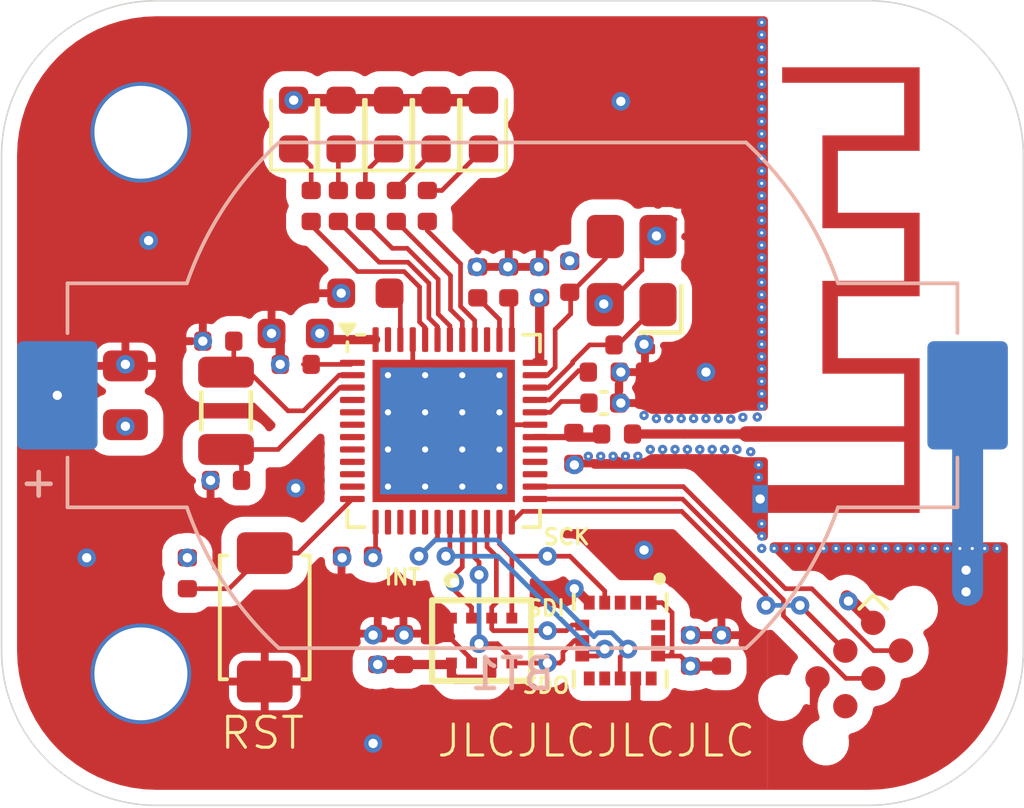
<source format=kicad_pcb>
(kicad_pcb (version 20241229) (generator "pcbnew") (generator_version "9.0")
  (layers (0 "F.Cu" signal "Top Layer") (4 "In1.Cu" signal) (6 "In2.Cu" signal) (2 "B.Cu" signal "Bottom Layer") (13 "F.Paste" user "Top Paste") (15 "B.Paste" user "Bottom Paste") (5 "F.SilkS" user "Top Overlay") (7 "B.SilkS" user "Bottom Overlay") (1 "F.Mask" user "Top Solder") (3 "B.Mask" user "Bottom Solder") (25 "Edge.Cuts" user))
  (property "ADDRESS1" "")
  (property "ADDRESS2" "")
  (property "ADDRESS3" "")
  (property "ADDRESS4" "")
  (property "DOCUMENTNUMBER" "")
  (property "DOCUMENTSIZE" "A4")
  (property "DRAWNBY" "wadeb")
  (property "ORGANIZATION" "Brainerd Race Team")
  (property "PCANAME" "Tire Sensor")
  (property "PROJECTNUMBER" "")
  (property "SHEETTOTAL" "1")
  (net 0 "")
  (net 1 "VDD_NRF")
  (net 3 "GND")
  (net 4 "/XC1")
  (net 5 "/XC2")
  (net 6 "Net-(U1-ANT)")
  (net 7 "/DEC1")
  (net 8 "/DEC2")
  (net 9 "/DEC3")
  (net 10 "/DEC4")
  (net 11 "/P0.00{slash}XL1")
  (net 12 "/P0.01{slash}XL2")
  (net 13 "/P0.25")
  (net 14 "Net-(U1-P0.26)")
  (net 15 "/SWCLK")
  (net 16 "/nRESET")
  (net 17 "/SWDIO")
  (net 18 "/RF")
  (net 19 "/SDO")
  (net 21 "/CS_DPS368")
  (net 23 "Net-(D1-K)")
  (net 26 "Net-(D2-K)")
  (net 27 "/SDI")
  (net 28 "Net-(D3-K)")
  (net 33 "/SCK")
  (net 35 "/INT_LIS3DHTR")
  (net 36 "Net-(D4-K)")
  (net 38 "/CS_LIS3DHTR")
  (net 39 "Net-(D5-K)")
  (net 52 "/LED0")
  (net 53 "/LED1")
  (net 54 "/LED2")
  (net 55 "/LED3")
  (net 56 "/LED4")
  (net 57 "/BTN")
  (footprint "PCM_JLCPCB:C_0402" (layer "F.Cu") (at 172.19656 100.990685 90)
    (property "Reference" "C13" (hide yes))
    (property "Value" "12pF" (hide yes))
  )
  (footprint "PCM_JLCPCB:R_0402" (layer "F.Cu") (at 168.56656 98.520685 -90)
    (property "Reference" "R2" (hide yes))
    (property "Value" "1kΩ" (hide yes))
  )
  (footprint "PCM_JLCPCB:C_0402" (layer "F.Cu") (at 168.79656 112.840685 90)
    (property "Reference" "C18" (hide yes))
    (property "Value" "100nF" (hide yes))
  )
  (footprint "PCM_JLCPCB:C_0402" (layer "F.Cu") (at 167.29656 109.840685 180)
    (property "Reference" "C5" (hide yes))
    (property "Value" "100nF" (hide yes))
  )
  (footprint "PCM_JLCPCB:C_0402" (layer "F.Cu") (at 167.96656 112.840685 90)
    (property "Reference" "C19" (hide yes))
    (property "Value" "10uF" (hide yes))
  )
  (footprint "PCM_JLCPCB:R_0402" (layer "F.Cu") (at 161.81656 110.390685 -90)
    (property "Reference" "R6" (hide yes))
    (property "Value" "10kΩ" (hide yes))
  )
  (footprint "PCM_JLCPCB:R_0402" (layer "F.Cu") (at 167.56656 98.520685 -90)
    (property "Reference" "R3" (hide yes))
    (property "Value" "1kΩ" (hide yes))
  )
  (footprint "PCM_JLCPCB:C_0402" (layer "F.Cu") (at 174.16656 100.810685 90)
    (property "Reference" "C2" (hide yes))
    (property "Value" "12pF" (hide yes))
  )
  (footprint "RF_Antenna:Texas_SWRA117D_2.4GHz_Left" (layer "F.Cu") (at 180.31656 105.890685 -90)
    (property "Reference" "AE1" (hide yes))
    (property "Value" "Antenna_Shield" (hide yes))
  )
  (footprint "PCM_JLCPCB:C_0402" (layer "F.Cu") (at 176.09656 103.010685)
    (property "Reference" "C1" (hide yes))
    (property "Value" "12pF" (hide yes))
  )
  (footprint "PCM_JLCPCB:C_0805" (layer "F.Cu") (at 159.81656 104.640685 90)
    (property "Reference" "C15" (hide yes))
    (property "Value" "47uF" (hide yes))
  )
  (footprint "PCM_JLCPCB:L_0402" (layer "F.Cu") (at 175.69656 105.890685)
    (property "Reference" "L1" (hide yes))
    (property "Value" "3.9nH" (hide yes))
  )
  (footprint "PCM_JLCPCB:C_0402" (layer "F.Cu") (at 163.06656 107.390685)
    (property "Reference" "C12" (hide yes))
    (property "Value" "12pF" (hide yes))
  )
  (footprint "PCM_JLCPCB:C_0402" (layer "F.Cu") (at 162.81656 102.890685)
    (property "Reference" "C11" (hide yes))
    (property "Value" "12pF" (hide yes))
  )
  (footprint "Connector:Tag-Connect_TC2030-IDC-NL_2x03_P1.27mm_Vertical" (layer "F.Cu") (at 183.515573 113.339698 -135)
    (property "Reference" "J1" (hide yes))
    (property "Value" "Conn_02x05_Odd_Even" (hide yes))
  )
  (footprint "Package_DFN_QFN:QFN-48-1EP_6x6mm_P0.4mm_EP4.6x4.6mm_ThermalVias" (layer "F.Cu") (at 170.09656 105.790685)
    (property "Reference" "U1" (hide yes))
    (property "Value" "~" (hide yes))
  )
  (footprint "PCM_JLCPCB:C_0603" (layer "F.Cu") (at 167.56656 101.340685 180)
    (property "Reference" "C10" (hide yes))
    (property "Value" "1.0uF" (hide yes))
  )
  (footprint "PCM_JLCPCB:C_0402" (layer "F.Cu") (at 174.29656 106.340685 -90)
    (property "Reference" "C3" (hide yes))
    (property "Value" "0.8pf" (hide yes))
  )
  (footprint "LED_SMD:LED_0603_1608Metric" (layer "F.Cu") (at 165.25156 95.890685 90)
    (property "Reference" "D5" (hide yes))
    (property "Value" "LED" (hide yes))
  )
  (footprint "PCM_JLCPCB:C_0402" (layer "F.Cu") (at 171.19656 100.990685 90)
    (property "Reference" "C14" (hide yes))
    (property "Value" "12pF" (hide yes))
  )
  (footprint "PCM_JLCPCB:FC-135R_L3.2-W1.5" (layer "F.Cu") (at 163.06656 105.140685 90)
    (property "Reference" "X2" (hide yes))
    (property "Value" "32.768kHz" (hide yes))
  )
  (footprint "PCM_JLCPCB:R_0402" (layer "F.Cu") (at 165.81656 98.520685 -90)
    (property "Reference" "R5" (hide yes))
    (property "Value" "1kΩ" (hide yes))
  )
  (footprint "PCM_JLCPCB:C_0402" (layer "F.Cu") (at 179.06656 112.890685 90)
    (property "Reference" "C17" (hide yes))
    (property "Value" "100nF" (hide yes))
  )
  (footprint "PCM_JLCPCB:C_0402" (layer "F.Cu") (at 175.26656 103.890685)
    (property "Reference" "C7" (hide yes))
    (property "Value" "100pF")
  )
  (footprint "Capacitor_SMD:C_0402_1005Metric" (layer "F.Cu") (at 175.26656 104.890685 180)
    (property "Reference" "C6" (hide yes))
    (property "Value" "N.C." (hide yes))
  )
  (footprint "PCM_JLCPCB:OSC-SMD_4P-L3.2-W2.5-BL_SIT8008BI" (layer "F.Cu") (at 176.16656 100.610685 90)
    (property "Reference" "X1" (hide yes))
    (property "Value" "32MHz")
  )
  (footprint "PCM_JLCPCB:C_0402" (layer "F.Cu") (at 173.19656 100.990685 90)
    (property "Reference" "C8" (hide yes))
    (property "Value" "100nF" (hide yes))
  )
  (footprint "PCM_JLCPCB:C_0603" (layer "F.Cu") (at 165.31656 102.640685 180)
    (property "Reference" "C9" (hide yes))
    (property "Value" "4.7uF" (hide yes))
  )
  (footprint "footprints:XDCR_LIS3DHTR" (layer "F.Cu") (at 175.79656 112.565685 -90)
    (property "Reference" "U3" (hide yes))
    (property "Value" "LIS3DHTR" (hide yes))
  )
  (footprint "PCM_JLCPCB:SW_TS-1088-AR02016" (layer "F.Cu") (at 164.31656 111.815685 -90)
    (property "Reference" "S1" (hide yes))
    (property "Value" "Tactile Button, 160gf" (hide yes))
  )
  (footprint "footprints:LGA8S145X65P2X4_200X250X110-V" (layer "F.Cu") (at 171.32156 112.565685)
    (property "Reference" "U2" (hide yes))
    (property "Value" "DPS368" (hide yes))
  )
  (footprint "PCM_JLCPCB:C_0402" (layer "F.Cu") (at 165.31656 103.640685 180)
    (property "Reference" "C4" (hide yes))
    (property "Value" "100nF" (hide yes))
  )
  (footprint "LED_SMD:LED_0603_1608Metric" (layer "F.Cu") (at 171.38156 95.890685 90)
    (property "Reference" "D1" (hide yes))
    (property "Value" "LED" (hide yes))
  )
  (footprint "LED_SMD:LED_0603_1608Metric" (layer "F.Cu") (at 168.31656 95.890685 90)
    (property "Reference" "D3" (hide yes))
    (property "Value" "LED" (hide yes))
  )
  (footprint "PCM_JLCPCB:R_0402" (layer "F.Cu") (at 169.56656 98.520685 -90)
    (property "Reference" "R1" (hide yes))
    (property "Value" "1kΩ" (hide yes))
  )
  (footprint "LED_SMD:LED_0603_1608Metric" (layer "F.Cu") (at 166.78406 95.890685 90)
    (property "Reference" "D4" (hide yes))
    (property "Value" "LED" (hide yes))
  )
  (footprint "LED_SMD:LED_0603_1608Metric" (layer "F.Cu") (at 169.84906 95.890685 90)
    (property "Reference" "D2" (hide yes))
    (property "Value" "LED" (hide yes))
  )
  (footprint "PCM_JLCPCB:C_0402" (layer "F.Cu") (at 178.06656 112.890685 90)
    (property "Reference" "C16" (hide yes))
    (property "Value" "100nF" (hide yes))
  )
  (footprint "PCM_JLCPCB:R_0402" (layer "F.Cu") (at 166.69406 98.520685 -90)
    (property "Reference" "R4" (hide yes))
    (property "Value" "1kΩ" (hide yes))
  )
  (footprint "Battery:BatteryHolder_Renata_SMTU2032-LF_1x2032" (layer "B.Cu") (at 172.31656 104.640685)
    (property "Reference" "BT1")
    (property "Value" "Battery_Cell" (hide yes))
  )
  (gr_arc (start 183.81656 91.890685) (mid 187.352125 93.355136) (end 188.81656 96.890685) (stroke (width 0.05)) (layer "Edge.Cuts"))
  (gr_arc (start 155.81656 96.890685) (mid 157.281029 93.355147) (end 160.81656 91.890685) (stroke (width 0.05)) (layer "Edge.Cuts"))
  (gr_line (start 160.81656 91.890685) (end 183.81656 91.890685) (stroke (width 0.05)) (layer "Edge.Cuts"))
  (gr_line (start 188.81656 96.890685) (end 188.81656 112.890685) (stroke (width 0.05)) (layer "Edge.Cuts"))
  (gr_arc (start 160.81656 117.890685) (mid 157.281057 116.426204) (end 155.81656 112.890685) (stroke (width 0.05)) (layer "Edge.Cuts"))
  (gr_arc (start 188.81656 112.890685) (mid 187.352094 116.426219) (end 183.81656 117.890685) (stroke (width 0.05)) (layer "Edge.Cuts"))
  (gr_line (start 183.81656 117.890685) (end 160.81656 117.890685) (stroke (width 0.05)) (layer "Edge.Cuts"))
  (gr_line (start 155.81656 112.890685) (end 155.81656 96.890685) (stroke (width 0.05)) (layer "Edge.Cuts"))
  (gr_text "RST" (at 162.81656 116.140685 0) (layer "F.SilkS") (effects (font (size 1 1) (thickness 0.1)) (justify left bottom)))
  (gr_text "SDO" (at 173.39656 114.310685 0) (layer "F.SilkS") (effects (font (size 0.5 0.5) (thickness 0.1) (bold yes)) (justify bottom)))
  (gr_text "INT" (at 168.76656 110.810685 0) (layer "F.SilkS") (effects (font (size 0.5 0.5) (thickness 0.1) (bold yes)) (justify bottom)))
  (gr_text "SDI" (at 173.39656 111.810685 0) (layer "F.SilkS") (effects (font (size 0.5 0.5) (thickness 0.1) (bold yes)) (justify bottom)))
  (gr_text "JLCJLCJLCJLC" (at 169.81656 116.390685 0) (layer "F.SilkS") (effects (font (size 1 1) (thickness 0.1)) (justify left bottom)))
  (gr_text "SCK" (at 174.06656 109.510685 0) (layer "F.SilkS") (effects (font (size 0.5 0.5) (thickness 0.1) (bold yes)) (justify bottom)))
  (segment (start 167.89656 109.740685) (end 167.79656 109.840685) (width 0.1524) (layer "F.Cu") (net 1))
  (segment (start 183.112611 111.140685) (end 183.964586 111.99266) (width 0.4) (layer "F.Cu") (net 1))
  (segment (start 173.19656 103.440685) (end 173.09756 103.539685) (width 0.2) (layer "F.Cu") (net 1))
  (segment (start 183.128686 111.290685) (end 183.112611 111.27461) (width 0.15) (layer "F.Cu") (net 1))
  (segment (start 165.25156 95.103185) (end 171.38156 95.103185) (width 0.4) (layer "F.Cu") (net 1))
  (segment (start 170.34656 113.290685) (end 170.34656 113.692685) (width 0.3) (layer "F.Cu") (net 1))
  (segment (start 177.14856 111.340685) (end 177.47256 111.664685) (width 0.15) (layer "F.Cu") (net 1))
  (segment (start 177.37356 113.065685) (end 177.02156 113.065685) (width 0.15) (layer "F.Cu") (net 1))
  (segment (start 177.74156 113.065685) (end 178.06656 113.390685) (width 0.15) (layer "F.Cu") (net 1))
  (segment (start 173.16656 101.490685) (end 173.19656 101.520685) (width 0.2) (layer "F.Cu") (net 1))
  (segment (start 170.34656 113.692685) (end 170.47056 113.816685) (width 0.3) (layer "F.Cu") (net 1))
  (segment (start 173.09756 103.539685) (end 173.04656 103.539685) (width 0.2) (layer "F.Cu") (net 1))
  (segment (start 183.112611 111.27461) (end 183.112611 111.140685) (width 0.15) (layer "F.Cu") (net 1))
  (segment (start 170.47056 113.816685) (end 171.52256 113.816685) (width 0.3) (layer "F.Cu") (net 1))
  (segment (start 179.06656 113.390685) (end 178.06656 113.390685) (width 0.3) (layer "F.Cu") (net 1))
  (segment (start 171.64656 113.692685) (end 171.64656 113.290685) (width 0.3) (layer "F.Cu") (net 1))
  (segment (start 173.19656 101.520685) (end 173.19656 103.440685) (width 0.3) (layer "F.Cu") (net 1))
  (segment (start 173.16656 101.490685) (end 173.19656 101.490685) (width 0.4) (layer "F.Cu") (net 1))
  (segment (start 177.47256 112.966685) (end 177.37356 113.065685) (width 0.15) (layer "F.Cu") (net 1))
  (segment (start 176.79656 111.340685) (end 177.14856 111.340685) (width 0.15) (layer "F.Cu") (net 1))
  (segment (start 170.29656 113.340685) (end 170.34656 113.290685) (width 0.3) (layer "F.Cu") (net 1))
  (segment (start 177.47256 111.664685) (end 177.47256 112.966685) (width 0.15) (layer "F.Cu") (net 1))
  (segment (start 166.09656 102.640685) (end 165.96656 102.640685) (width 0.4) (layer "F.Cu") (net 1))
  (segment (start 167.89656 108.740685) (end 167.89656 109.740685) (width 0.1524) (layer "F.Cu") (net 1))
  (segment (start 177.02156 113.065685) (end 177.74156 113.065685) (width 0.15) (layer "F.Cu") (net 1))
  (segment (start 171.52256 113.816685) (end 171.64656 113.692685) (width 0.3) (layer "F.Cu") (net 1))
  (segment (start 167.96656 113.340685) (end 170.29656 113.340685) (width 0.3) (layer "F.Cu") (net 1))
  (segment (start 167.89656 102.840685) (end 165.79656 102.840685) (width 0.3) (layer "F.Cu") (net 1))
  (segment (start 183.16656 111.290685) (end 183.128686 111.290685) (width 0.15) (layer "F.Cu") (net 1))
  (via (at 178.06656 113.390685) (size 0.6) (drill 0.3) (layers "F.Cu" "B.Cu") (net 1))
  (via (at 166.09656 102.640685) (size 0.6) (drill 0.3) (layers "F.Cu" "B.Cu") (net 1))
  (via (at 161.81656 109.890685) (size 0.6) (drill 0.3) (layers "F.Cu" "B.Cu") (net 1))
  (via (at 159.81656 105.640685) (size 0.6) (drill 0.3) (layers "F.Cu" "B.Cu") (net 1))
  (via (at 157.61656 104.640685) (size 0.6) (drill 0.3) (layers "F.Cu" "B.Cu") (net 1))
  (via (at 183.16656 111.290685) (size 0.6) (drill 0.3) (layers "F.Cu" "B.Cu") (net 1))
  (via (at 173.16656 101.490685) (size 0.6) (drill 0.3) (layers "F.Cu" "B.Cu") (net 1))
  (via (at 165.25156 95.103185) (size 0.6) (drill 0.3) (layers "F.Cu" "B.Cu") (net 1))
  (via (at 167.96656 113.340685) (size 0.6) (drill 0.3) (layers "F.Cu" "B.Cu") (net 1))
  (via (at 167.81656 109.890685) (size 0.6) (drill 0.3) (layers "F.Cu" "B.Cu") (net 1))
  (segment (start 158.66656 103.590685) (end 157.61656 104.640685) (width 0.15) (layer "B.Cu") (net 1))
  (segment (start 177.51656 99.010685) (end 177.01656 99.510685) (width 0.15) (layer "F.Cu") (net 3))
  (segment (start 175.34656 101.745085) (end 176.49656 100.595085) (width 0.1524) (layer "F.Cu") (net 3))
  (segment (start 169.09656 104.790685) (end 170.09656 105.790685) (width 0.1524) (layer "F.Cu") (net 3))
  (segment (start 167.81656 112.390685) (end 167.86656 112.340685) (width 0.3) (layer "F.Cu") (net 3))
  (segment (start 176.76656 99.260685) (end 177.01656 99.510685) (width 0.15) (layer "F.Cu") (net 3))
  (segment (start 164.81656 102.920685) (end 164.53656 102.640685) (width 0.15) (layer "F.Cu") (net 3))
  (segment (start 170.34656 112.525278) (end 170.34656 111.840685) (width 0.1524) (layer "F.Cu") (net 3))
  (segment (start 167.86656 112.340685) (end 167.86656 112.270685) (width 0.3) (layer "F.Cu") (net 3))
  (segment (start 177.56656 98.960685) (end 177.01656 99.510685) (width 0.15) (layer "F.Cu") (net 3))
  (segment (start 177.158554 99.368691) (end 177.01656 99.510685) (width 0.15) (layer "F.Cu") (net 3))
  (segment (start 167.86656 112.270685) (end 167.79656 112.340685) (width 0.15) (layer "F.Cu") (net 3))
  (segment (start 173.04656 105.590685) (end 170.29656 105.590685) (width 0.1524) (layer "F.Cu") (net 3))
  (segment (start 170.29656 105.590685) (end 170.09656 105.790685) (width 0.1524) (layer "F.Cu") (net 3))
  (segment (start 174.31656 110.890685) (end 174.34656 110.890685) (width 0.15) (layer "F.Cu") (net 3))
  (segment (start 174.34656 110.890685) (end 174.79656 111.340685) (width 0.3) (layer "F.Cu") (net 3))
  (segment (start 175.32096 101.745085) (end 175.34656 101.745085) (width 0.1524) (layer "F.Cu") (net 3))
  (segment (start 174.16656 100.310685) (end 174.16656 100.290685) (width 0.15) (layer "F.Cu") (net 3))
  (segment (start 177.31656 99.810685) (end 177.01656 99.510685) (width 0.15) (layer "F.Cu") (net 3))
  (segment (start 176.49656 100.595085) (end 176.49656 99.540685) (width 0.1524) (layer "F.Cu") (net 3))
  (segment (start 169.09656 102.840685) (end 169.09656 104.790685) (width 0.1524) (layer "F.Cu") (net 3))
  (segment (start 175.26656 101.690685) (end 175.32096 101.745085) (width 0.1524) (layer "F.Cu") (net 3))
  (segment (start 164.81656 103.640685) (end 164.81656 102.920685) (width 0.3) (layer "F.Cu") (net 3))
  (segment (start 176.29656 113.790685) (end 176.29656 114.590685) (width 0.3) (layer "F.Cu") (net 3))
  (segment (start 170.99656 113.290685) (end 170.99656 113.175278) (width 0.1524) (layer "F.Cu") (net 3))
  (segment (start 176.84656 103.040685) (end 176.84656 103.240685) (width 0.1524) (layer "F.Cu") (net 3))
  (segment (start 170.99656 113.175278) (end 170.34656 112.525278) (width 0.1524) (layer "F.Cu") (net 3))
  (segment (start 177.11656 99.410685) (end 177.01656 99.510685) (width 0.15) (layer "F.Cu") (net 3))
  (via (at 187.16656 109.590685) (size 0.3) (drill 0.1) (layers "F.Cu" "B.Cu") (net 3))
  (via (at 177.56656 106.390685) (size 0.3) (drill 0.1) (layers "F.Cu" "B.Cu") (net 3))
  (via (at 186.36656 109.590685) (size 0.3) (drill 0.1) (layers "F.Cu" "B.Cu") (net 3))
  (via (at 180.36656 96.190685) (size 0.3) (drill 0.1) (layers "F.Cu" "B.Cu") (net 3))
  (via (at 174.76656 106.610685) (size 0.3) (drill 0.1) (layers "F.Cu" "B.Cu") (net 3))
  (via (at 183.16656 109.590685) (size 0.3) (drill 0.1) (layers "F.Cu" "B.Cu") (net 3))
  (via (at 180.36656 98.990685) (size 0.3) (drill 0.1) (layers "F.Cu" "B.Cu") (net 3))
  (via (at 180.26656 106.890685) (size 0.3) (drill 0.1) (layers "F.Cu" "B.Cu") (net 3))
  (via (at 180.36656 100.190685) (size 0.3) (drill 0.1) (layers "F.Cu" "B.Cu") (net 3))
  (via (at 186.96656 110.990685) (size 0.6) (drill 0.3) (layers "F.Cu" "B.Cu") (net 3))
  (via (at 158.56656 109.890685) (size 0.6) (drill 0.3) (layers "F.Cu" "B.Cu") (net 3))
  (via (at 178.56656 105.390685) (size 0.3) (drill 0.1) (layers "F.Cu" "B.Cu") (net 3))
  (via (at 178.36656 106.390685) (size 0.3) (drill 0.1) (layers "F.Cu" "B.Cu") (net 3))
  (via (at 180.36656 100.990685) (size 0.3) (drill 0.1) (layers "F.Cu" "B.Cu") (net 3))
  (via (at 175.16656 106.610685) (size 0.3) (drill 0.1) (layers "F.Cu" "B.Cu") (net 3))
  (via (at 177.36656 105.390685) (size 0.3) (drill 0.1) (layers "F.Cu" "B.Cu") (net 3))
  (via (at 181.96656 109.590685) (size 0.3) (drill 0.1) (layers "F.Cu" "B.Cu") (net 3))
  (via (at 180.36656 101.790685) (size 0.3) (drill 0.1) (layers "F.Cu" "B.Cu") (net 3))
  (via (at 185.56656 109.590685) (size 0.3) (drill 0.1) (layers "F.Cu" "B.Cu") (net 3))
  (via (at 180.36656 97.390685) (size 0.3) (drill 0.1) (layers "F.Cu" "B.Cu") (net 3))
  (via (at 187.96656 109.590685) (size 0.3) (drill 0.1) (layers "F.Cu" "B.Cu") (net 3))
  (via (at 187.56656 109.590685) (size 0.3) (drill 0.1) (layers "F.Cu" "B.Cu") (net 3))
  (via (at 180.36656 102.990685) (size 0.3) (drill 0.1) (layers "F.Cu" "B.Cu") (net 3))
  (via (at 175.81656 103.890685) (size 0.6) (drill 0.3) (layers "F.Cu" "B.Cu") (net 3))
  (via (at 179.06656 112.390685) (size 0.6) (drill 0.3) (layers "F.Cu" "B.Cu") (net 3))
  (via (at 180.36656 104.990685) (size 0.3) (drill 0.1) (layers "F.Cu" "B.Cu") (net 3))
  (via (at 180.36656 99.790685) (size 0.3) (drill 0.1) (layers "F.Cu" "B.Cu") (net 3))
  (via (at 179.36656 105.410685) (size 0.3) (drill 0.1) (layers "F.Cu" "B.Cu") (net 3))
  (via (at 184.36656 109.590685) (size 0.3) (drill 0.1) (layers "F.Cu" "B.Cu") (net 3))
  (via (at 180.36656 108.790685) (size 0.3) (drill 0.1) (layers "F.Cu" "B.Cu") (net 3))
  (via (at 173.16656 100.490685) (size 0.6) (drill 0.3) (layers "F.Cu" "B.Cu") (net 3))
  (via (at 180.26656 107.290685) (size 0.3) (drill 0.1) (layers "F.Cu" "B.Cu") (net 3))
  (via (at 160.31656 96.140685) (size 3.25) (drill 3) (layers "F.Cu" "B.Cu") (net 3))
  (via (at 164.81656 103.640685) (size 0.6) (drill 0.3) (layers "F.Cu" "B.Cu") (net 3))
  (via (at 166.78656 101.340685) (size 0.6) (drill 0.3) (layers "F.Cu" "B.Cu") (net 3))
  (via (at 172.16656 100.490685) (size 0.6) (drill 0.3) (layers "F.Cu" "B.Cu") (net 3))
  (via (at 178.96656 105.390685) (size 0.3) (drill 0.1) (layers "F.Cu" "B.Cu") (net 3))
  (via (at 178.06656 112.390685) (size 0.6) (drill 0.3) (layers "F.Cu" "B.Cu") (net 3))
  (via (at 180.36656 109.590685) (size 0.3) (drill 0.1) (layers "F.Cu" "B.Cu") (net 3))
  (via (at 174.16656 100.290685) (size 0.6) (drill 0.3) (layers "F.Cu" "B.Cu") (net 3))
  (via (at 179.16656 106.390685) (size 0.3) (drill 0.1) (layers "F.Cu" "B.Cu") (net 3))
  (via (at 186.96656 110.290685) (size 0.6) (drill 0.3) (layers "F.Cu" "B.Cu") (net 3))
  (via (at 178.56656 103.890685) (size 0.6) (drill 0.3) (layers "F.Cu" "B.Cu") (net 3))
  (via (at 167.81656 115.890685) (size 0.6) (drill 0.3) (layers "F.Cu" "B.Cu") (net 3))
  (via (at 180.36656 95.790685) (size 0.3) (drill 0.1) (layers "F.Cu" "B.Cu") (net 3))
  (via (at 174.31656 110.890685) (size 0.6) (drill 0.3) (layers "F.Cu" "B.Cu") (net 3))
  (via (at 183.96656 109.590685) (size 0.3) (drill 0.1) (layers "F.Cu" "B.Cu") (net 3))
  (via (at 176.96656 99.490685) (size 0.6) (drill 0.3) (layers "F.Cu" "B.Cu") (net 3))
  (via (at 180.36656 100.590685) (size 0.3) (drill 0.1) (layers "F.Cu" "B.Cu") (net 3))
  (via (at 175.56656 106.610685) (size 0.3) (drill 0.1) (layers "F.Cu" "B.Cu") (net 3))
  (via (at 180.36656 102.590685) (size 0.3) (drill 0.1) (layers "F.Cu" "B.Cu") (net 3))
  (via (at 180.224257 105.340685) (size 0.3) (drill 0.1) (layers "F.Cu" "B.Cu") (net 3))
  (via (at 182.76656 109.590685) (size 0.3) (drill 0.1) (layers "F.Cu" "B.Cu") (net 3))
  (via (at 180.36656 95.390685) (size 0.3) (drill 0.1) (layers "F.Cu" "B.Cu") (net 3))
  (via (at 180.36656 98.190685) (size 0.3) (drill 0.1) (layers "F.Cu" "B.Cu") (net 3))
  (via (at 180.36656 103.790685) (size 0.3) (drill 0.1) (layers "F.Cu" "B.Cu") (net 3))
  (via (at 180.36656 93.390685) (size 0.3) (drill 0.1) (layers "F.Cu" "B.Cu") (net 3))
  (via (at 186.76656 109.590685) (size 0.3) (drill 0.1) (layers "F.Cu" "B.Cu") (net 3))
  (via (at 180.36656 96.590685) (size 0.3) (drill 0.1) (layers "F.Cu" "B.Cu") (net 3))
  (via (at 178.16656 105.390685) (size 0.3) (drill 0.1) (layers "F.Cu" "B.Cu") (net 3))
  (via (at 176.76656 106.390685) (size 0.3) (drill 0.1) (layers "F.Cu" "B.Cu") (net 3))
  (via (at 181.56656 109.590685) (size 0.3) (drill 0.1) (layers "F.Cu" "B.Cu") (net 3))
  (via (at 180.36656 101.390685) (size 0.3) (drill 0.1) (layers "F.Cu" "B.Cu") (net 3))
  (via (at 176.56656 109.640685) (size 0.6) (drill 0.3) (layers "F.Cu" "B.Cu") (net 3))
  (via (at 180.36656 97.790685) (size 0.3) (drill 0.1) (layers "F.Cu" "B.Cu") (net 3))
  (via (at 182.36656 109.590685) (size 0.3) (drill 0.1) (layers "F.Cu" "B.Cu") (net 3))
  (via (at 180.36656 92.990685) (size 0.3) (drill 0.1) (layers "F.Cu" "B.Cu") (net 3))
  (via (at 166.81656 109.890685) (size 0.6) (drill 0.3) (layers "F.Cu" "B.Cu") (net 3))
  (via (at 177.76656 105.390685) (size 0.3) (drill 0.1) (layers "F.Cu" "B.Cu") (net 3))
  (via (at 175.81656 95.140685) (size 0.6) (drill 0.3) (layers "F.Cu" "B.Cu") (net 3))
  (via (at 167.81656 112.390685) (size 0.6) (drill 0.3) (layers "F.Cu" "B.Cu") (net 3))
  (via (at 185.16656 109.590685) (size 0.3) (drill 0.1) (layers "F.Cu" "B.Cu") (net 3))
  (via (at 180.36656 94.190685) (size 0.3) (drill 0.1) (layers "F.Cu" "B.Cu") (net 3))
  (via (at 171.16656 100.490685) (size 0.6) (drill 0.3) (layers "F.Cu" "B.Cu") (net 3))
  (via (at 180.36656 94.990685) (size 0.3) (drill 0.1) (layers "F.Cu" "B.Cu") (net 3))
  (via (at 168.81656 112.390685) (size 0.6) (drill 0.3) (layers "F.Cu" "B.Cu") (net 3))
  (via (at 162.56656 107.390685) (size 0.6) (drill 0.3) (layers "F.Cu" "B.Cu") (net 3))
  (via (at 174.31656 106.890685) (size 0.6) (drill 0.3) (layers "F.Cu" "B.Cu") (net 3))
  (via (at 180.36656 96.990685) (size 0.3) (drill 0.1) (layers "F.Cu" "B.Cu") (net 3))
  (via (at 180.36656 94.590685) (size 0.3) (drill 0.1) (layers "F.Cu" "B.Cu") (net 3))
  (via (at 183.56656 109.590685) (size 0.3) (drill 0.1) (layers "F.Cu" "B.Cu") (net 3))
  (via (at 160.56656 99.640685) (size 0.6) (drill 0.3) (layers "F.Cu" "B.Cu") (net 3))
  (via (at 180.36656 103.390685) (size 0.3) (drill 0.1) (layers "F.Cu" "B.Cu") (net 3))
  (via (at 181.16656 109.590685) (size 0.3) (drill 0.1) (layers "F.Cu" "B.Cu") (net 3))
  (via (at 176.56656 102.990685) (size 0.6) (drill 0.3) (layers "F.Cu" "B.Cu") (net 3))
  (via (at 185.96656 109.590685) (size 0.3) (drill 0.1) (layers "F.Cu" "B.Cu") (net 3))
  (via (at 179.758696 105.351365) (size 0.3) (drill 0.1) (layers "F.Cu" "B.Cu") (net 3))
  (via (at 180.36656 104.190685) (size 0.3) (drill 0.1) (layers "F.Cu" "B.Cu") (net 3))
  (via (at 184.76656 109.590685) (size 0.3) (drill 0.1) (layers "F.Cu" "B.Cu") (net 3))
  (via (at 176.56656 105.290685) (size 0.3) (drill 0.1) (layers "F.Cu" "B.Cu") (net 3))
  (via (at 180.36656 93.790685) (size 0.3) (drill 0.1) (layers "F.Cu" "B.Cu") (net 3))
  (via (at 175.26656 101.690685) (size 0.6) (drill 0.3) (layers "F.Cu" "B.Cu") (net 3))
  (via (at 180.36656 99.390685) (size 0.3) (drill 0.1) (layers "F.Cu" "B.Cu") (net 3))
  (via (at 176.36656 106.610685) (size 0.3) (drill 0.1) (layers "F.Cu" "B.Cu") (net 3))
  (via (at 179.56656 106.390685) (size 0.3) (drill 0.1) (layers "F.Cu" "B.Cu") (net 3))
  (via (at 178.76656 106.390685) (size 0.3) (drill 0.1) (layers "F.Cu" "B.Cu") (net 3))
  (via (at 164.53656 102.640685) (size 0.6) (drill 0.3) (layers "F.Cu" "B.Cu") (net 3))
  (via (at 180.76656 109.590685) (size 0.3) (drill 0.1) (layers "F.Cu" "B.Cu") (net 3))
  (via (at 180.010439 106.464668) (size 0.3) (drill 0.1) (layers "F.Cu" "B.Cu") (net 3))
  (via (at 180.36656 92.590685) (size 0.3) (drill 0.1) (layers "F.Cu" "B.Cu") (net 3))
  (via (at 180.36656 102.190685) (size 0.3) (drill 0.1) (layers "F.Cu" "B.Cu") (net 3))
  (via (at 165.31656 107.640685) (size 0.6) (drill 0.3) (layers "F.Cu" "B.Cu") (net 3))
  (via (at 177.16656 106.390685) (size 0.3) (drill 0.1) (layers "F.Cu" "B.Cu") (net 3))
  (via (at 180.36656 109.190685) (size 0.3) (drill 0.1) (layers "F.Cu" "B.Cu") (net 3))
  (via (at 177.96656 106.390685) (size 0.3) (drill 0.1) (layers "F.Cu" "B.Cu") (net 3))
  (via (at 160.31656 113.640685) (size 3.25) (drill 3) (layers "F.Cu" "B.Cu") (net 3))
  (via (at 162.31656 102.890685) (size 0.6) (drill 0.3) (layers "F.Cu" "B.Cu") (net 3))
  (via (at 175.96656 106.610685) (size 0.3) (drill 0.1) (layers "F.Cu" "B.Cu") (net 3))
  (via (at 180.36656 104.590685) (size 0.3) (drill 0.1) (layers "F.Cu" "B.Cu") (net 3))
  (via (at 180.36656 98.590685) (size 0.3) (drill 0.1) (layers "F.Cu" "B.Cu") (net 3))
  (via (at 175.81656 104.890685) (size 0.6) (drill 0.3) (layers "F.Cu" "B.Cu") (net 3))
  (via (at 159.81656 103.640685) (size 0.6) (drill 0.3) (layers "F.Cu" "B.Cu") (net 3))
  (via (at 176.96656 105.390685) (size 0.3) (drill 0.1) (layers "F.Cu" "B.Cu") (net 3))
  (segment (start 187.01656 104.640685) (end 187.01656 110.940685) (width 1) (layer "B.Cu") (net 3))
  (segment (start 187.01656 110.940685) (end 186.96656 110.990685) (width 0.15) (layer "B.Cu") (net 3))
  (segment (start 173.473935 104.390685) (end 174.26056 103.60406) (width 0.15) (layer "F.Cu") (net 4))
  (segment (start 174.810437 103.010685) (end 175.59656 103.010685) (width 0.15) (layer "F.Cu") (net 4))
  (segment (start 175.71656 103.010685) (end 177.01656 101.710685) (width 0.15) (layer "F.Cu") (net 4))
  (segment (start 173.04656 104.390685) (end 173.473935 104.390685) (width 0.15) (layer "F.Cu") (net 4))
  (segment (start 174.26056 103.560562) (end 174.810437 103.010685) (width 0.15) (layer "F.Cu") (net 4))
  (segment (start 174.26056 103.60406) (end 174.26056 103.560562) (width 0.15) (layer "F.Cu") (net 4))
  (segment (start 175.59656 103.010685) (end 175.71656 103.010685) (width 0.15) (layer "F.Cu") (net 4))
  (segment (start 173.04656 103.990685) (end 173.44656 103.990685) (width 0.1524) (layer "F.Cu") (net 5))
  (segment (start 174.19656 101.340685) (end 175.31656 100.220685) (width 0.15) (layer "F.Cu") (net 5))
  (segment (start 175.31656 100.220685) (end 175.31656 99.510685) (width 0.15) (layer "F.Cu") (net 5))
  (segment (start 173.69656 102.510685) (end 174.19656 102.010685) (width 0.1524) (layer "F.Cu") (net 5))
  (segment (start 174.19656 102.010685) (end 174.19656 101.340685) (width 0.1524) (layer "F.Cu") (net 5))
  (segment (start 173.69656 103.740685) (end 173.69656 102.510685) (width 0.1524) (layer "F.Cu") (net 5))
  (segment (start 173.44656 103.990685) (end 173.69656 103.740685) (width 0.1524) (layer "F.Cu") (net 5))
  (segment (start 173.04656 105.990685) (end 174.14656 105.990685) (width 0.2) (layer "F.Cu") (net 6))
  (segment (start 174.14656 105.990685) (end 174.94656 105.990685) (width 0.3) (layer "F.Cu") (net 6))
  (segment (start 174.14656 105.990685) (end 174.29656 105.840685) (width 0.1524) (layer "F.Cu") (net 6))
  (segment (start 174.94656 105.990685) (end 175.19656 105.740685) (width 0.1524) (layer "F.Cu") (net 6))
  (segment (start 165.56656 103.640685) (end 167.09656 103.640685) (width 0.15) (layer "F.Cu") (net 7))
  (segment (start 167.09656 103.640685) (end 167.14656 103.590685) (width 0.15) (layer "F.Cu") (net 7))
  (segment (start 173.04656 105.190685) (end 173.540759 105.190685) (width 0.1524) (layer "F.Cu") (net 8))
  (segment (start 173.89076 104.840685) (end 174.79656 104.840685) (width 0.1524) (layer "F.Cu") (net 8))
  (segment (start 173.540759 105.190685) (end 173.89076 104.840685) (width 0.1524) (layer "F.Cu") (net 8))
  (segment (start 173.508293 104.790685) (end 174.458292 103.840685) (width 0.1524) (layer "F.Cu") (net 9))
  (segment (start 174.458292 103.840685) (end 174.79656 103.840685) (width 0.1524) (layer "F.Cu") (net 9))
  (segment (start 173.04656 104.790685) (end 173.508293 104.790685) (width 0.1524) (layer "F.Cu") (net 9))
  (segment (start 168.57656 101.340685) (end 168.69656 101.460685) (width 0.1524) (layer "F.Cu") (net 10))
  (segment (start 168.69656 101.460685) (end 168.69656 102.840685) (width 0.1524) (layer "F.Cu") (net 10))
  (segment (start 163.81656 103.890685) (end 165.06656 105.140685) (width 0.15) (layer "F.Cu") (net 11))
  (segment (start 165.06656 105.140685) (end 165.569184 105.140685) (width 0.15) (layer "F.Cu") (net 11))
  (segment (start 163.31656 102.890685) (end 163.31656 103.640685) (width 0.15) (layer "F.Cu") (net 11))
  (segment (start 163.06656 103.890685) (end 163.81656 103.890685) (width 0.15) (layer "F.Cu") (net 11))
  (segment (start 165.569184 105.140685) (end 166.719184 103.990685) (width 0.15) (layer "F.Cu") (net 11))
  (segment (start 166.719184 103.990685) (end 167.14656 103.990685) (width 0.15) (layer "F.Cu") (net 11))
  (segment (start 163.31656 103.640685) (end 163.06656 103.890685) (width 0.15) (layer "F.Cu") (net 11))
  (segment (start 167.14656 104.390685) (end 166.744862 104.390685) (width 0.15) (layer "F.Cu") (net 12))
  (segment (start 163.56656 107.390685) (end 163.56656 106.890685) (width 0.15) (layer "F.Cu") (net 12))
  (segment (start 164.744862 106.390685) (end 163.06656 106.390685) (width 0.15) (layer "F.Cu") (net 12))
  (segment (start 166.744862 104.390685) (end 164.744862 106.390685) (width 0.15) (layer "F.Cu") (net 12))
  (segment (start 163.56656 106.890685) (end 163.06656 106.390685) (width 0.15) (layer "F.Cu") (net 12))
  (segment (start 172.29656 101.590685) (end 172.19656 101.490685) (width 0.1524) (layer "F.Cu") (net 13))
  (segment (start 172.29656 102.840685) (end 172.29656 101.590685) (width 0.1524) (layer "F.Cu") (net 13))
  (segment (start 171.89656 102.840685) (end 171.89656 102.190685) (width 0.1524) (layer "F.Cu") (net 14))
  (segment (start 171.89656 102.190685) (end 171.19656 101.490685) (width 0.1524) (layer "F.Cu") (net 14))
  (segment (start 183.088197 113.788711) (end 183.964586 113.788711) (width 0.15) (layer "F.Cu") (net 15))
  (segment (start 177.809138 107.990685) (end 181.06656 111.248107) (width 0.15) (layer "F.Cu") (net 15))
  (segment (start 181.06656 111.248107) (end 181.06656 111.767074) (width 0.15) (layer "F.Cu") (net 15))
  (segment (start 181.06656 111.767074) (end 183.088197 113.788711) (width 0.15) (layer "F.Cu") (net 15))
  (segment (start 173.04656 107.990685) (end 177.809138 107.990685) (width 0.15) (layer "F.Cu") (net 15))
  (segment (start 172.64656 108.390685) (end 177.78346 108.390685) (width 0.15) (layer "F.Cu") (net 16))
  (segment (start 172.29656 108.740685) (end 172.64656 108.390685) (width 0.15) (layer "F.Cu") (net 16))
  (segment (start 180.504117 111.111342) (end 180.504117 111.428128) (width 0.15) (layer "F.Cu") (net 16))
  (segment (start 181.604003 111.428128) (end 183.06656 112.890685) (width 0.15) (layer "F.Cu") (net 16))
  (segment (start 177.78346 108.390685) (end 180.504117 111.111342) (width 0.15) (layer "F.Cu") (net 16))
  (via (at 180.504117 111.428128) (size 0.6) (drill 0.3) (layers "F.Cu" "B.Cu") (net 16))
  (via (at 181.604003 111.428128) (size 0.6) (drill 0.3) (layers "F.Cu" "B.Cu") (net 16))
  (segment (start 181.604003 111.428128) (end 180.504117 111.428128) (width 0.15) (layer "B.Cu") (net 16))
  (segment (start 183.986222 112.890685) (end 184.862611 112.890685) (width 0.15) (layer "F.Cu") (net 17))
  (segment (start 177.834815 107.590685) (end 181.134815 110.890685) (width 0.15) (layer "F.Cu") (net 17))
  (segment (start 181.986222 110.890685) (end 183.986222 112.890685) (width 0.15) (layer "F.Cu") (net 17))
  (segment (start 173.04656 107.590685) (end 177.834815 107.590685) (width 0.15) (layer "F.Cu") (net 17))
  (segment (start 181.134815 110.890685) (end 181.986222 110.890685) (width 0.15) (layer "F.Cu") (net 17))
  (segment (start 179.86656 105.890685) (end 177.88906 105.890685) (width 0.3) (layer "F.Cu") (net 18))
  (segment (start 180.31656 105.890685) (end 179.86656 105.890685) (width 0.5) (layer "F.Cu") (net 18))
  (segment (start 176.19656 105.890685) (end 177.88906 105.890685) (width 0.3) (layer "F.Cu") (net 18))
  (segment (start 171.238516 110.030194) (end 171.09656 109.888238) (width 0.1524) (layer "F.Cu") (net 19))
  (segment (start 173.44656 113.290685) (end 173.84656 113.290685) (width 0.1524) (layer "F.Cu") (net 19))
  (segment (start 171.238516 110.440685) (end 171.238516 110.030194) (width 0.1524) (layer "F.Cu") (net 19))
  (segment (start 171.833341 112.668266) (end 172.29656 113.131485) (width 0.1524) (layer "F.Cu") (net 19))
  (segment (start 173.94656 113.190685) (end 173.94656 112.940685) (width 0.1524) (layer "F.Cu") (net 19))
  (segment (start 172.29656 113.131485) (end 172.29656 113.290685) (width 0.1524) (layer "F.Cu") (net 19))
  (segment (start 173.84656 113.290685) (end 173.94656 113.190685) (width 0.1524) (layer "F.Cu") (net 19))
  (segment (start 171.238516 112.668266) (end 171.833341 112.668266) (width 0.1524) (layer "F.Cu") (net 19))
  (segment (start 172.29656 113.290685) (end 173.44656 113.290685) (width 0.1524) (layer "F.Cu") (net 19))
  (segment (start 174.32156 112.565685) (end 174.57156 112.565685) (width 0.1524) (layer "F.Cu") (net 19))
  (segment (start 173.94656 112.940685) (end 174.32156 112.565685) (width 0.1524) (layer "F.Cu") (net 19))
  (segment (start 171.09656 109.888238) (end 171.09656 108.740685) (width 0.1524) (layer "F.Cu") (net 19))
  (via (at 171.238516 112.668266) (size 0.6) (drill 0.3) (layers "F.Cu" "B.Cu") (net 19))
  (via (at 171.238516 110.440685) (size 0.6) (drill 0.3) (layers "F.Cu" "B.Cu") (net 19))
  (via (at 173.44656 113.290685) (size 0.6) (drill 0.3) (layers "F.Cu" "B.Cu") (net 19))
  (segment (start 171.238516 110.440685) (end 171.238516 112.668266) (width 0.1524) (layer "B.Cu") (net 19))
  (segment (start 170.44656 110.690685) (end 170.44656 110.940685) (width 0.1524) (layer "F.Cu") (net 21))
  (segment (start 170.44656 110.440685) (end 170.44656 110.690685) (width 0.1524) (layer "F.Cu") (net 21))
  (segment (start 170.44656 110.940685) (end 170.99656 111.490685) (width 0.1524) (layer "F.Cu") (net 21))
  (segment (start 170.69656 110.190685) (end 170.44656 110.440685) (width 0.1524) (layer "F.Cu") (net 21))
  (segment (start 170.99656 111.490685) (end 170.99656 111.840685) (width 0.1524) (layer "F.Cu") (net 21))
  (segment (start 170.69656 108.740685) (end 170.69656 110.190685) (width 0.1524) (layer "F.Cu") (net 21))
  (via (at 170.44656 110.690685) (size 0.6) (drill 0.3) (layers "F.Cu" "B.Cu") (net 21))
  (segment (start 169.56656 98.020685) (end 170.03906 98.020685) (width 0.15) (layer "F.Cu") (net 23))
  (segment (start 170.03906 98.020685) (end 171.38156 96.678185) (width 0.15) (layer "F.Cu") (net 23))
  (segment (start 168.56656 97.960685) (end 169.84906 96.678185) (width 0.15) (layer "F.Cu") (net 26))
  (segment (start 168.56656 98.020685) (end 168.56656 97.960685) (width 0.15) (layer "F.Cu") (net 26))
  (segment (start 171.49656 108.740685) (end 171.49656 109.540685) (width 0.1524) (layer "F.Cu") (net 27))
  (segment (start 173.44656 112.245285) (end 174.06236 112.245285) (width 0.1524) (layer "F.Cu") (net 27))
  (segment (start 171.64656 112.190685) (end 171.70116 112.245285) (width 0.1524) (layer "F.Cu") (net 27))
  (segment (start 171.64656 111.490685) (end 171.64656 111.840685) (width 0.1524) (layer "F.Cu") (net 27))
  (segment (start 174.24196 112.065685) (end 174.57156 112.065685) (width 0.1524) (layer "F.Cu") (net 27))
  (segment (start 174.06236 112.245285) (end 174.24196 112.065685) (width 0.1524) (layer "F.Cu") (net 27))
  (segment (start 171.79656 109.840685) (end 171.79656 111.340685) (width 0.1524) (layer "F.Cu") (net 27))
  (segment (start 171.64656 111.840685) (end 171.64656 112.190685) (width 0.1524) (layer "F.Cu") (net 27))
  (segment (start 171.79656 111.340685) (end 171.64656 111.490685) (width 0.1524) (layer "F.Cu") (net 27))
  (segment (start 171.70116 112.245285) (end 173.44656 112.245285) (width 0.1524) (layer "F.Cu") (net 27))
  (segment (start 171.49656 109.540685) (end 171.79656 109.840685) (width 0.1524) (layer "F.Cu") (net 27))
  (via (at 173.44656 112.245285) (size 0.6) (drill 0.3) (layers "F.Cu" "B.Cu") (net 27))
  (segment (start 167.56656 98.020685) (end 167.56656 97.428185) (width 0.15) (layer "F.Cu") (net 28))
  (segment (start 167.56656 97.428185) (end 168.31656 96.678185) (width 0.15) (layer "F.Cu") (net 28))
  (segment (start 174.17396 109.840685) (end 175.29656 110.963285) (width 0.1524) (layer "F.Cu") (net 33))
  (segment (start 173.44656 109.840685) (end 174.17396 109.840685) (width 0.1524) (layer "F.Cu") (net 33))
  (segment (start 172.29656 109.840685) (end 172.29656 110.840685) (width 0.1524) (layer "F.Cu") (net 33))
  (segment (start 171.89656 108.740685) (end 171.89656 109.440685) (width 0.1524) (layer "F.Cu") (net 33))
  (segment (start 172.29656 109.840685) (end 173.44656 109.840685) (width 0.1524) (layer "F.Cu") (net 33))
  (segment (start 175.29656 110.963285) (end 175.29656 111.340685) (width 0.1524) (layer "F.Cu") (net 33))
  (segment (start 171.89656 109.440685) (end 172.29656 109.840685) (width 0.1524) (layer "F.Cu") (net 33))
  (segment (start 172.29656 110.840685) (end 172.29656 111.840685) (width 0.1524) (layer "F.Cu") (net 33))
  (via (at 173.44656 109.840685) (size 0.6) (drill 0.3) (layers "F.Cu" "B.Cu") (net 33))
  (segment (start 175.79656 113.093088) (end 175.79656 113.790685) (width 0.1524) (layer "F.Cu") (net 35))
  (segment (start 176.048963 112.840685) (end 175.79656 113.093088) (width 0.1524) (layer "F.Cu") (net 35))
  (segment (start 169.89656 109.240685) (end 169.29656 109.840685) (width 0.1524) (layer "F.Cu") (net 35))
  (segment (start 169.89656 108.740685) (end 169.89656 109.240685) (width 0.1524) (layer "F.Cu") (net 35))
  (via (at 176.048963 112.840685) (size 0.6) (drill 0.3) (layers "F.Cu" "B.Cu") (net 35))
  (via (at 169.29656 109.840685) (size 0.6) (drill 0.3) (layers "F.Cu" "B.Cu") (net 35))
  (segment (start 174.94656 112.440685) (end 175.07376 112.313485) (width 0.1524) (layer "B.Cu") (net 35))
  (segment (start 169.29656 109.840685) (end 169.82376 109.313485) (width 0.1524) (layer "B.Cu") (net 35))
  (segment (start 169.82376 109.313485) (end 171.81936 109.313485) (width 0.1524) (layer "B.Cu") (net 35))
  (segment (start 175.07376 112.313485) (end 175.521763 112.313485) (width 0.1524) (layer "B.Cu") (net 35))
  (segment (start 175.521763 112.313485) (end 176.048963 112.840685) (width 0.1524) (layer "B.Cu") (net 35))
  (segment (start 171.81936 109.313485) (end 174.94656 112.440685) (width 0.1524) (layer "B.Cu") (net 35))
  (segment (start 166.69406 96.768185) (end 166.78406 96.678185) (width 0.15) (layer "F.Cu") (net 36))
  (segment (start 166.69406 98.020685) (end 166.69406 96.768185) (width 0.15) (layer "F.Cu") (net 36))
  (segment (start 175.29656 112.840685) (end 175.07156 113.065685) (width 0.1524) (layer "F.Cu") (net 38))
  (segment (start 170.29656 108.740685) (end 170.29656 109.712085) (width 0.1524) (layer "F.Cu") (net 38))
  (segment (start 175.07156 113.065685) (end 174.57156 113.065685) (width 0.1524) (layer "F.Cu") (net 38))
  (segment (start 170.29656 109.712085) (end 170.16796 109.840685) (width 0.1524) (layer "F.Cu") (net 38))
  (via (at 170.16796 109.840685) (size 0.6) (drill 0.3) (layers "F.Cu" "B.Cu") (net 38))
  (via (at 175.29656 112.840685) (size 0.6) (drill 0.3) (layers "F.Cu" "B.Cu") (net 38))
  (segment (start 174.84656 112.840685) (end 175.29656 112.840685) (width 0.1524) (layer "B.Cu") (net 38))
  (segment (start 171.84656 109.840685) (end 174.84656 112.840685) (width 0.1524) (layer "B.Cu") (net 38))
  (segment (start 170.16796 109.840685) (end 171.84656 109.840685) (width 0.1524) (layer "B.Cu") (net 38))
  (segment (start 170.16796 109.840685) (end 170.26796 109.940685) (width 0.1524) (layer "B.Cu") (net 38))
  (segment (start 165.81656 98.020685) (end 165.81656 97.243185) (width 0.15) (layer "F.Cu") (net 39))
  (segment (start 165.81656 97.243185) (end 165.25156 96.678185) (width 0.15) (layer "F.Cu") (net 39))
  (segment (start 171.09656 102.222167) (end 170.64056 101.766167) (width 0.15) (layer "F.Cu") (net 52))
  (segment (start 170.64056 101.766167) (end 170.64056 100.390685) (width 0.15) (layer "F.Cu") (net 52))
  (segment (start 171.09656 102.840685) (end 171.09656 102.222167) (width 0.15) (layer "F.Cu") (net 52))
  (segment (start 170.64056 100.390685) (end 169.56656 99.316685) (width 0.15) (layer "F.Cu") (net 52))
  (segment (start 169.56656 99.316685) (end 169.56656 99.020685) (width 0.15) (layer "F.Cu") (net 52))
  (segment (start 170.69656 102.840685) (end 170.69656 102.247845) (width 0.15) (layer "F.Cu") (net 53))
  (segment (start 170.69656 102.247845) (end 170.31656 101.867845) (width 0.15) (layer "F.Cu") (net 53))
  (segment (start 170.31656 100.770685) (end 168.56656 99.020685) (width 0.15) (layer "F.Cu") (net 53))
  (segment (start 170.31656 101.867845) (end 170.31656 100.770685) (width 0.15) (layer "F.Cu") (net 53))
  (segment (start 169.91856 102.016007) (end 170.29656 102.394007) (width 0.15) (layer "F.Cu") (net 54))
  (segment (start 167.66856 99.020685) (end 167.56656 99.020685) (width 0.15) (layer "F.Cu") (net 54))
  (segment (start 168.43656 99.890685) (end 168.917916 99.890685) (width 0.15) (layer "F.Cu") (net 54))
  (segment (start 170.29656 102.394007) (end 170.29656 102.840685) (width 0.15) (layer "F.Cu") (net 54))
  (segment (start 167.56656 99.020685) (end 168.43656 99.890685) (width 0.15) (layer "F.Cu") (net 54))
  (segment (start 169.91856 100.891329) (end 169.91856 102.016007) (width 0.15) (layer "F.Cu") (net 54))
  (segment (start 168.917916 99.890685) (end 169.91856 100.891329) (width 0.15) (layer "F.Cu") (net 54))
  (segment (start 168.941238 100.339685) (end 168.01306 100.339685) (width 0.15) (layer "F.Cu") (net 55))
  (segment (start 169.89656 102.840685) (end 169.89656 102.419685) (width 0.15) (layer "F.Cu") (net 55))
  (segment (start 168.01306 100.339685) (end 166.69406 99.020685) (width 0.15) (layer "F.Cu") (net 55))
  (segment (start 169.61756 102.140685) (end 169.61756 101.016007) (width 0.15) (layer "F.Cu") (net 55))
  (segment (start 169.89656 102.419685) (end 169.61756 102.140685) (width 0.15) (layer "F.Cu") (net 55))
  (segment (start 169.61756 101.016007) (end 168.941238 100.339685) (width 0.15) (layer "F.Cu") (net 55))
  (segment (start 168.81656 100.640685) (end 169.31656 101.140685) (width 0.15) (layer "F.Cu") (net 56))
  (segment (start 169.49656 102.448977) (end 169.49656 102.840685) (width 0.15) (layer "F.Cu") (net 56))
  (segment (start 169.31656 101.140685) (end 169.31656 102.268977) (width 0.15) (layer "F.Cu") (net 56))
  (segment (start 165.81656 99.140685) (end 167.31656 100.640685) (width 0.15) (layer "F.Cu") (net 56))
  (segment (start 165.81656 99.020685) (end 165.81656 99.140685) (width 0.15) (layer "F.Cu") (net 56))
  (segment (start 169.31656 102.268977) (end 169.49656 102.448977) (width 0.15) (layer "F.Cu") (net 56))
  (segment (start 167.31656 100.640685) (end 168.81656 100.640685) (width 0.15) (layer "F.Cu") (net 56))
  (segment (start 163.16656 110.890685) (end 164.31656 109.740685) (width 0.15) (layer "F.Cu") (net 57))
  (segment (start 164.31656 109.740685) (end 165.39656 109.740685) (width 0.15) (layer "F.Cu") (net 57))
  (segment (start 161.81656 110.890685) (end 163.16656 110.890685) (width 0.15) (layer "F.Cu") (net 57))
  (segment (start 165.39656 109.740685) (end 167.14656 107.990685) (width 0.15) (layer "F.Cu") (net 57))
  (zone (net 3) (net_name "GND") (layer "F.Cu") (priority 1) (connect_pads (clearance 0.5)) (min_thickness 0.25) (fill yes (thermal_gap 0.5) (thermal_bridge_width 0.5))
    (polygon (pts (xy 188.81656 117.890685) (xy 188.81656 109.390685) (xy 180.56656 109.390685) (xy 180.56656 117.890685)))
  )
  (zone (net 3) (net_name "GND") (layer "F.Cu") (priority 1002) (connect_pads (clearance 0.5)) (min_thickness 0.25) (fill yes (thermal_gap 0.254) (thermal_bridge_width 0.254))
    (polygon (pts (xy 155.81656 91.890685) (xy 155.81656 117.890685) (xy 180.56656 117.890685) (xy 180.56656 91.890685)))
  )
)
</source>
